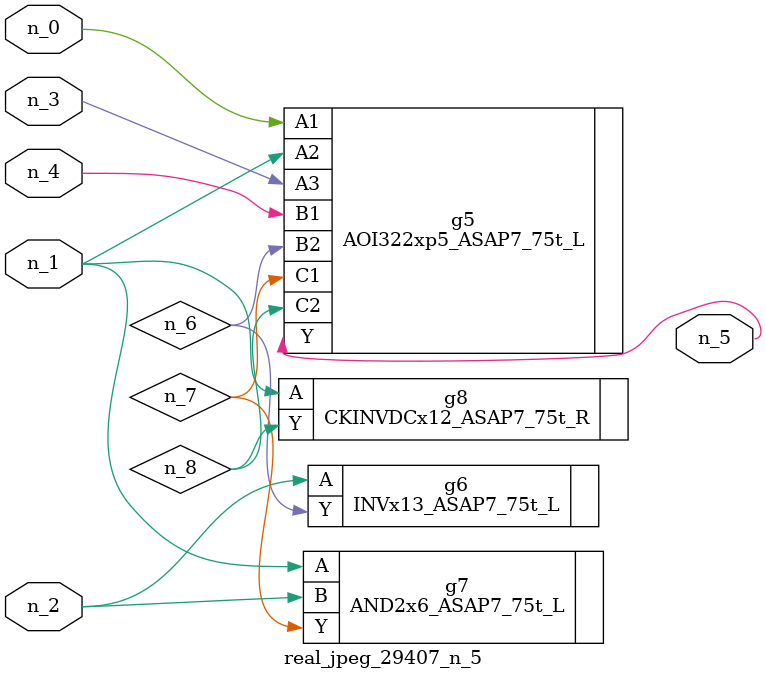
<source format=v>
module real_jpeg_29407_n_5 (n_4, n_0, n_1, n_2, n_3, n_5);

input n_4;
input n_0;
input n_1;
input n_2;
input n_3;

output n_5;

wire n_8;
wire n_6;
wire n_7;

AOI322xp5_ASAP7_75t_L g5 ( 
.A1(n_0),
.A2(n_1),
.A3(n_3),
.B1(n_4),
.B2(n_6),
.C1(n_7),
.C2(n_8),
.Y(n_5)
);

AND2x6_ASAP7_75t_L g7 ( 
.A(n_1),
.B(n_2),
.Y(n_7)
);

CKINVDCx12_ASAP7_75t_R g8 ( 
.A(n_1),
.Y(n_8)
);

INVx13_ASAP7_75t_L g6 ( 
.A(n_2),
.Y(n_6)
);


endmodule
</source>
